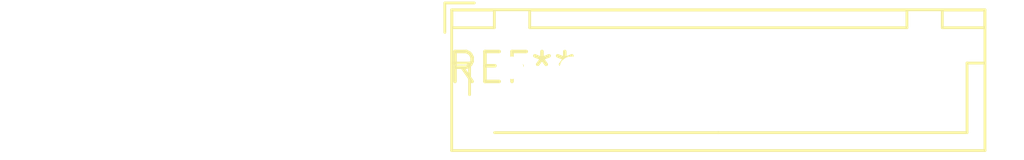
<source format=kicad_pcb>
(kicad_pcb (version 20240108) (generator pcbnew)
  (layers (0 "F.Cu" signal) (31 "B.Cu" signal) (34 "B.Paste" user) (35 "F.Paste" user) (36 "B.SilkS" user "B.Silkscreen") (37 "F.SilkS" user "F.Silkscreen") (38 "B.Mask" user) (39 "F.Mask" user) (44 "Edge.Cuts" user))
  (net 0 "")
  (footprint "JST_XH_B8B-XH-AM_1x08_P2.50mm_Vertical" (layer "F.Cu") (at 0 0)
    (property "Reference" "REF**")
    (property "Value" "JST_XH_B8B-XH-AM_1x08_P2.50mm_Vertical")
    (fp_line (start -2.85 -2.75) (end -2.85 -1.5) (layer "F.SilkS") (stroke (width 0.12)))
    (fp_line (start -2.56 -2.46) (end -2.56 3.51) (layer "F.SilkS") (stroke (width 0.12)))
    (fp_line (start -2.56 3.51) (end 20.06 3.51) (layer "F.SilkS") (stroke (width 0.12)))
    (fp_line (start -2.55 -2.45) (end -2.55 -1.7) (layer "F.SilkS") (stroke (width 0.12)))
    (fp_line (start -2.55 -1.7) (end -0.75 -1.7) (layer "F.SilkS") (stroke (width 0.12)))
    (fp_line (start -2.55 -0.2) (end -1.8 -0.2) (layer "F.SilkS") (stroke (width 0.12)))
    (fp_line (start -1.8 -0.2) (end -1.8 1.14) (layer "F.SilkS") (stroke (width 0.12)))
    (fp_line (start -1.6 -2.75) (end -2.85 -2.75) (layer "F.SilkS") (stroke (width 0.12)))
    (fp_line (start -0.75 -2.45) (end -2.55 -2.45) (layer "F.SilkS") (stroke (width 0.12)))
    (fp_line (start -0.75 -1.7) (end -0.75 -2.45) (layer "F.SilkS") (stroke (width 0.12)))
    (fp_line (start 0.75 -2.45) (end 0.75 -1.7) (layer "F.SilkS") (stroke (width 0.12)))
    (fp_line (start 0.75 -1.7) (end 16.75 -1.7) (layer "F.SilkS") (stroke (width 0.12)))
    (fp_line (start 8.75 2.75) (end -0.74 2.75) (layer "F.SilkS") (stroke (width 0.12)))
    (fp_line (start 16.75 -2.45) (end 0.75 -2.45) (layer "F.SilkS") (stroke (width 0.12)))
    (fp_line (start 16.75 -1.7) (end 16.75 -2.45) (layer "F.SilkS") (stroke (width 0.12)))
    (fp_line (start 18.25 -2.45) (end 18.25 -1.7) (layer "F.SilkS") (stroke (width 0.12)))
    (fp_line (start 18.25 -1.7) (end 20.05 -1.7) (layer "F.SilkS") (stroke (width 0.12)))
    (fp_line (start 19.3 -0.2) (end 19.3 2.75) (layer "F.SilkS") (stroke (width 0.12)))
    (fp_line (start 19.3 2.75) (end 8.75 2.75) (layer "F.SilkS") (stroke (width 0.12)))
    (fp_line (start 20.05 -2.45) (end 18.25 -2.45) (layer "F.SilkS") (stroke (width 0.12)))
    (fp_line (start 20.05 -1.7) (end 20.05 -2.45) (layer "F.SilkS") (stroke (width 0.12)))
    (fp_line (start 20.05 -0.2) (end 19.3 -0.2) (layer "F.SilkS") (stroke (width 0.12)))
    (fp_line (start 20.06 -2.46) (end -2.56 -2.46) (layer "F.SilkS") (stroke (width 0.12)))
    (fp_line (start 20.06 3.51) (end 20.06 -2.46) (layer "F.SilkS") (stroke (width 0.12)))
    (pad "" np_thru_hole circle (at -1.6 2) (size 1.2 1.2) (drill 1.2) (layers *.Cu *.Mask))
    (pad "1" thru_hole roundrect (at 0 0) (size 1.7 1.95) (drill 0.95) (layers *.Cu *.Mask) (remove_unused_layers) (roundrect_rratio 0.147059))
    (pad "2" thru_hole oval (at 2.5 0) (size 1.7 1.95) (drill 0.95) (layers *.Cu *.Mask) (remove_unused_layers))
    (pad "3" thru_hole oval (at 5 0) (size 1.7 1.95) (drill 0.95) (layers *.Cu *.Mask) (remove_unused_layers))
    (pad "4" thru_hole oval (at 7.5 0) (size 1.7 1.95) (drill 0.95) (layers *.Cu *.Mask) (remove_unused_layers))
    (pad "5" thru_hole oval (at 10 0) (size 1.7 1.95) (drill 0.95) (layers *.Cu *.Mask) (remove_unused_layers))
    (pad "6" thru_hole oval (at 12.5 0) (size 1.7 1.95) (drill 0.95) (layers *.Cu *.Mask) (remove_unused_layers))
    (pad "7" thru_hole oval (at 15 0) (size 1.7 1.95) (drill 0.95) (layers *.Cu *.Mask) (remove_unused_layers))
    (pad "8" thru_hole oval (at 17.5 0) (size 1.7 1.95) (drill 0.95) (layers *.Cu *.Mask) (remove_unused_layers))
  )
)
</source>
